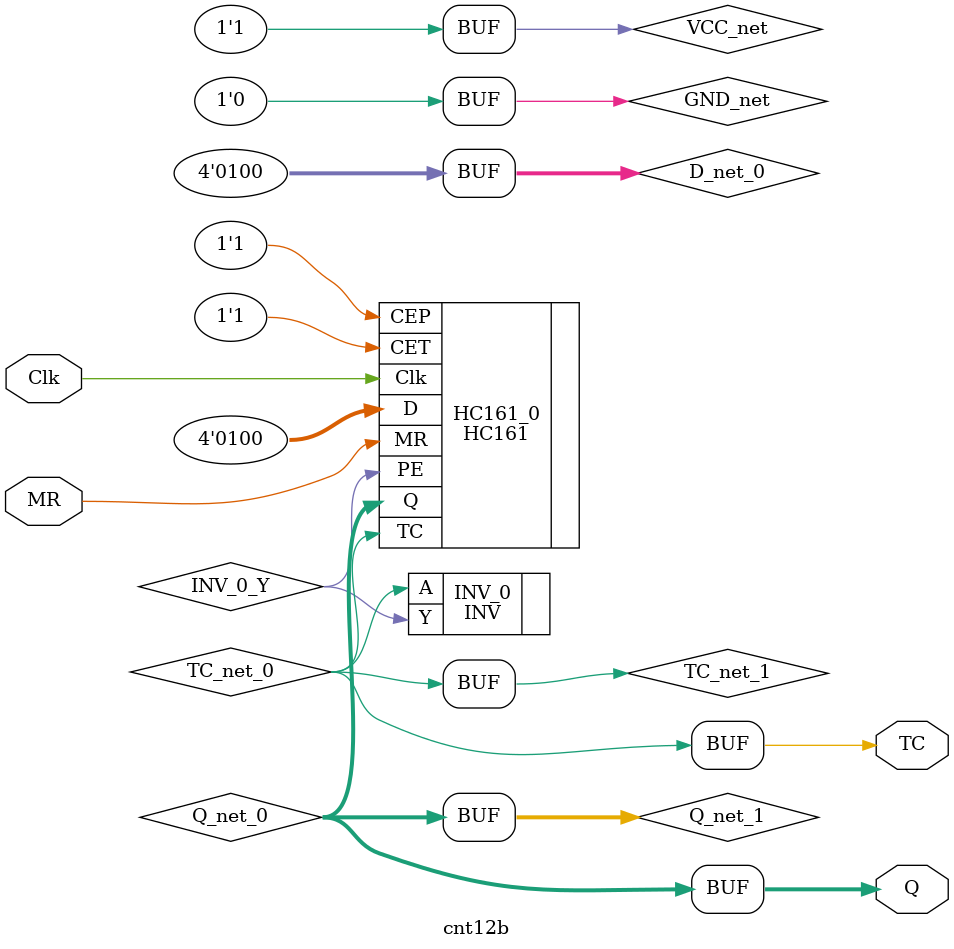
<source format=v>

`timescale 1ns / 100ps

module cnt12b(
    // Inputs
    Clk,
    MR,
    // Outputs
    Q,
    TC
);

//--------------------------------------------------------------------
// Input
//--------------------------------------------------------------------
input        Clk;
input        MR;
//--------------------------------------------------------------------
// Output
//--------------------------------------------------------------------
output [3:0] Q;
output       TC;
//--------------------------------------------------------------------
// Nets
//--------------------------------------------------------------------
wire         Clk;
wire         INV_0_Y;
wire         MR;
wire   [3:0] Q_net_0;
wire         TC_net_0;
wire         TC_net_1;
wire   [3:0] Q_net_1;
wire   [3:0] D_net_0;
//--------------------------------------------------------------------
// TiedOff Nets
//--------------------------------------------------------------------
wire         VCC_net;
wire         GND_net;
//--------------------------------------------------------------------
// Constant assignments
//--------------------------------------------------------------------
assign VCC_net    = 1'b1;
assign GND_net    = 1'b0;
//--------------------------------------------------------------------
// Top level output port assignments
//--------------------------------------------------------------------
assign TC_net_1 = TC_net_0;
assign TC       = TC_net_1;
assign Q_net_1  = Q_net_0;
assign Q[3:0]   = Q_net_1;
//--------------------------------------------------------------------
// Concatenation assignments
//--------------------------------------------------------------------
assign D_net_0 = { 1'b0 , 1'b1 , 1'b0 , 1'b0 };
//--------------------------------------------------------------------
// Component instances
//--------------------------------------------------------------------
//--------HC161
HC161 HC161_0(
        // Inputs
        .MR  ( MR ),
        .Clk ( Clk ),
        .CEP ( VCC_net ),
        .CET ( VCC_net ),
        .PE  ( INV_0_Y ),
        .D   ( D_net_0 ),
        // Outputs
        .Q   ( Q_net_0 ),
        .TC  ( TC_net_0 ) 
        );

//--------INV
INV INV_0(
        // Inputs
        .A ( TC_net_0 ),
        // Outputs
        .Y ( INV_0_Y ) 
        );


endmodule

</source>
